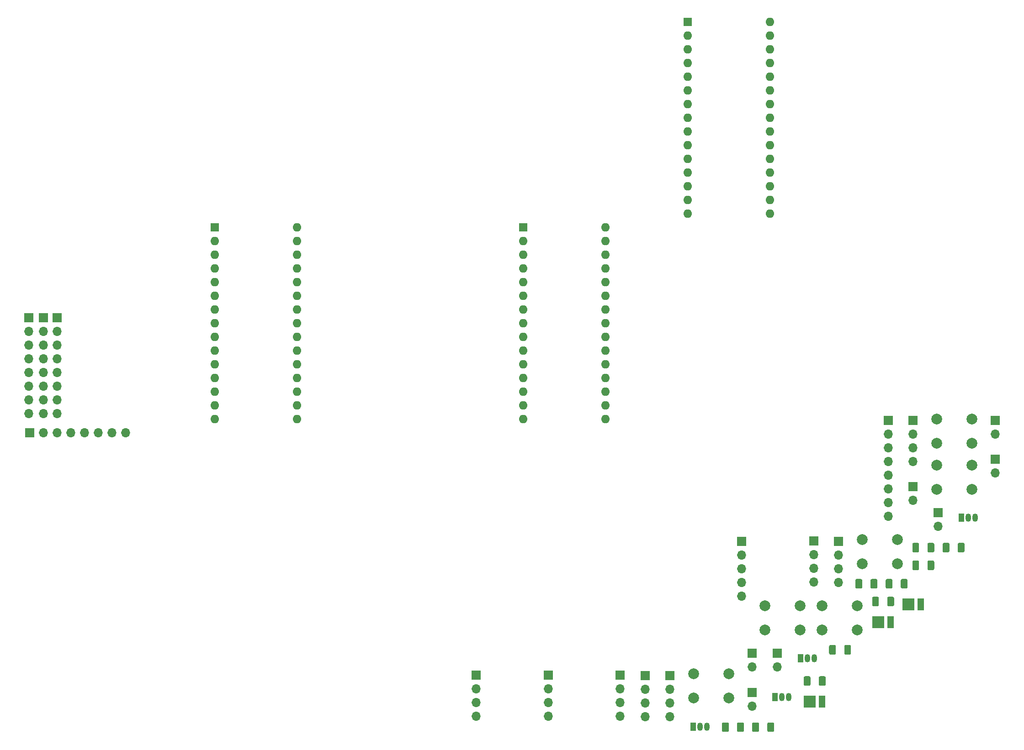
<source format=gbr>
G04 #@! TF.GenerationSoftware,KiCad,Pcbnew,5.1.5-52549c5~84~ubuntu18.04.1*
G04 #@! TF.CreationDate,2019-12-20T21:30:07+07:00*
G04 #@! TF.ProjectId,plate,706c6174-652e-46b6-9963-61645f706362,rev?*
G04 #@! TF.SameCoordinates,Original*
G04 #@! TF.FileFunction,Copper,L1,Top*
G04 #@! TF.FilePolarity,Positive*
%FSLAX46Y46*%
G04 Gerber Fmt 4.6, Leading zero omitted, Abs format (unit mm)*
G04 Created by KiCad (PCBNEW 5.1.5-52549c5~84~ubuntu18.04.1) date 2019-12-20 21:30:07*
%MOMM*%
%LPD*%
G04 APERTURE LIST*
%ADD10O,1.700000X1.700000*%
%ADD11R,1.700000X1.700000*%
%ADD12C,2.000000*%
%ADD13C,0.100000*%
%ADD14R,1.050000X1.500000*%
%ADD15O,1.050000X1.500000*%
%ADD16R,1.250000X2.200000*%
%ADD17R,2.200000X2.200000*%
%ADD18O,1.600000X1.600000*%
%ADD19R,1.600000X1.600000*%
G04 APERTURE END LIST*
D10*
X199710000Y-94260000D03*
X199710000Y-91720000D03*
X199710000Y-89180000D03*
X199710000Y-86640000D03*
X199710000Y-84100000D03*
X199710000Y-81560000D03*
X199710000Y-79020000D03*
D11*
X199710000Y-76480000D03*
D10*
X159270000Y-131370000D03*
X159270000Y-128830000D03*
X159270000Y-126290000D03*
D11*
X159270000Y-123750000D03*
D10*
X123320000Y-131320000D03*
X123320000Y-128780000D03*
X123320000Y-126240000D03*
D11*
X123320000Y-123700000D03*
D10*
X136670000Y-131320000D03*
X136670000Y-128780000D03*
X136670000Y-126240000D03*
D11*
X136670000Y-123700000D03*
D10*
X150020000Y-131320000D03*
X150020000Y-128780000D03*
X150020000Y-126240000D03*
D11*
X150020000Y-123700000D03*
D10*
X185910000Y-106450000D03*
X185910000Y-103910000D03*
X185910000Y-101370000D03*
D11*
X185910000Y-98830000D03*
D10*
X154620000Y-131370000D03*
X154620000Y-128830000D03*
X154620000Y-126290000D03*
D11*
X154620000Y-123750000D03*
D10*
X204310000Y-84100000D03*
X204310000Y-81560000D03*
X204310000Y-79020000D03*
D11*
X204310000Y-76480000D03*
D10*
X190510000Y-106500000D03*
X190510000Y-103960000D03*
X190510000Y-101420000D03*
D11*
X190510000Y-98880000D03*
D12*
X170120000Y-123450000D03*
X170120000Y-127950000D03*
X163620000Y-123450000D03*
X163620000Y-127950000D03*
X183360000Y-110830000D03*
X183360000Y-115330000D03*
X176860000Y-110830000D03*
X176860000Y-115330000D03*
X215160000Y-76180000D03*
X215160000Y-80680000D03*
X208660000Y-76180000D03*
X208660000Y-80680000D03*
X215160000Y-84730000D03*
X215160000Y-89230000D03*
X208660000Y-84730000D03*
X208660000Y-89230000D03*
X201360000Y-98580000D03*
X201360000Y-103080000D03*
X194860000Y-98580000D03*
X194860000Y-103080000D03*
X193910000Y-110830000D03*
X193910000Y-115330000D03*
X187410000Y-110830000D03*
X187410000Y-115330000D03*
G04 #@! TA.AperFunction,SMDPad,CuDef*
D13*
G36*
X203049504Y-105876204D02*
G01*
X203073773Y-105879804D01*
X203097571Y-105885765D01*
X203120671Y-105894030D01*
X203142849Y-105904520D01*
X203163893Y-105917133D01*
X203183598Y-105931747D01*
X203201777Y-105948223D01*
X203218253Y-105966402D01*
X203232867Y-105986107D01*
X203245480Y-106007151D01*
X203255970Y-106029329D01*
X203264235Y-106052429D01*
X203270196Y-106076227D01*
X203273796Y-106100496D01*
X203275000Y-106125000D01*
X203275000Y-107375000D01*
X203273796Y-107399504D01*
X203270196Y-107423773D01*
X203264235Y-107447571D01*
X203255970Y-107470671D01*
X203245480Y-107492849D01*
X203232867Y-107513893D01*
X203218253Y-107533598D01*
X203201777Y-107551777D01*
X203183598Y-107568253D01*
X203163893Y-107582867D01*
X203142849Y-107595480D01*
X203120671Y-107605970D01*
X203097571Y-107614235D01*
X203073773Y-107620196D01*
X203049504Y-107623796D01*
X203025000Y-107625000D01*
X202275000Y-107625000D01*
X202250496Y-107623796D01*
X202226227Y-107620196D01*
X202202429Y-107614235D01*
X202179329Y-107605970D01*
X202157151Y-107595480D01*
X202136107Y-107582867D01*
X202116402Y-107568253D01*
X202098223Y-107551777D01*
X202081747Y-107533598D01*
X202067133Y-107513893D01*
X202054520Y-107492849D01*
X202044030Y-107470671D01*
X202035765Y-107447571D01*
X202029804Y-107423773D01*
X202026204Y-107399504D01*
X202025000Y-107375000D01*
X202025000Y-106125000D01*
X202026204Y-106100496D01*
X202029804Y-106076227D01*
X202035765Y-106052429D01*
X202044030Y-106029329D01*
X202054520Y-106007151D01*
X202067133Y-105986107D01*
X202081747Y-105966402D01*
X202098223Y-105948223D01*
X202116402Y-105931747D01*
X202136107Y-105917133D01*
X202157151Y-105904520D01*
X202179329Y-105894030D01*
X202202429Y-105885765D01*
X202226227Y-105879804D01*
X202250496Y-105876204D01*
X202275000Y-105875000D01*
X203025000Y-105875000D01*
X203049504Y-105876204D01*
G37*
G04 #@! TD.AperFunction*
G04 #@! TA.AperFunction,SMDPad,CuDef*
G36*
X200249504Y-105876204D02*
G01*
X200273773Y-105879804D01*
X200297571Y-105885765D01*
X200320671Y-105894030D01*
X200342849Y-105904520D01*
X200363893Y-105917133D01*
X200383598Y-105931747D01*
X200401777Y-105948223D01*
X200418253Y-105966402D01*
X200432867Y-105986107D01*
X200445480Y-106007151D01*
X200455970Y-106029329D01*
X200464235Y-106052429D01*
X200470196Y-106076227D01*
X200473796Y-106100496D01*
X200475000Y-106125000D01*
X200475000Y-107375000D01*
X200473796Y-107399504D01*
X200470196Y-107423773D01*
X200464235Y-107447571D01*
X200455970Y-107470671D01*
X200445480Y-107492849D01*
X200432867Y-107513893D01*
X200418253Y-107533598D01*
X200401777Y-107551777D01*
X200383598Y-107568253D01*
X200363893Y-107582867D01*
X200342849Y-107595480D01*
X200320671Y-107605970D01*
X200297571Y-107614235D01*
X200273773Y-107620196D01*
X200249504Y-107623796D01*
X200225000Y-107625000D01*
X199475000Y-107625000D01*
X199450496Y-107623796D01*
X199426227Y-107620196D01*
X199402429Y-107614235D01*
X199379329Y-107605970D01*
X199357151Y-107595480D01*
X199336107Y-107582867D01*
X199316402Y-107568253D01*
X199298223Y-107551777D01*
X199281747Y-107533598D01*
X199267133Y-107513893D01*
X199254520Y-107492849D01*
X199244030Y-107470671D01*
X199235765Y-107447571D01*
X199229804Y-107423773D01*
X199226204Y-107399504D01*
X199225000Y-107375000D01*
X199225000Y-106125000D01*
X199226204Y-106100496D01*
X199229804Y-106076227D01*
X199235765Y-106052429D01*
X199244030Y-106029329D01*
X199254520Y-106007151D01*
X199267133Y-105986107D01*
X199281747Y-105966402D01*
X199298223Y-105948223D01*
X199316402Y-105931747D01*
X199336107Y-105917133D01*
X199357151Y-105904520D01*
X199379329Y-105894030D01*
X199402429Y-105885765D01*
X199426227Y-105879804D01*
X199450496Y-105876204D01*
X199475000Y-105875000D01*
X200225000Y-105875000D01*
X200249504Y-105876204D01*
G37*
G04 #@! TD.AperFunction*
G04 #@! TA.AperFunction,SMDPad,CuDef*
G36*
X172709504Y-132476204D02*
G01*
X172733773Y-132479804D01*
X172757571Y-132485765D01*
X172780671Y-132494030D01*
X172802849Y-132504520D01*
X172823893Y-132517133D01*
X172843598Y-132531747D01*
X172861777Y-132548223D01*
X172878253Y-132566402D01*
X172892867Y-132586107D01*
X172905480Y-132607151D01*
X172915970Y-132629329D01*
X172924235Y-132652429D01*
X172930196Y-132676227D01*
X172933796Y-132700496D01*
X172935000Y-132725000D01*
X172935000Y-133975000D01*
X172933796Y-133999504D01*
X172930196Y-134023773D01*
X172924235Y-134047571D01*
X172915970Y-134070671D01*
X172905480Y-134092849D01*
X172892867Y-134113893D01*
X172878253Y-134133598D01*
X172861777Y-134151777D01*
X172843598Y-134168253D01*
X172823893Y-134182867D01*
X172802849Y-134195480D01*
X172780671Y-134205970D01*
X172757571Y-134214235D01*
X172733773Y-134220196D01*
X172709504Y-134223796D01*
X172685000Y-134225000D01*
X171935000Y-134225000D01*
X171910496Y-134223796D01*
X171886227Y-134220196D01*
X171862429Y-134214235D01*
X171839329Y-134205970D01*
X171817151Y-134195480D01*
X171796107Y-134182867D01*
X171776402Y-134168253D01*
X171758223Y-134151777D01*
X171741747Y-134133598D01*
X171727133Y-134113893D01*
X171714520Y-134092849D01*
X171704030Y-134070671D01*
X171695765Y-134047571D01*
X171689804Y-134023773D01*
X171686204Y-133999504D01*
X171685000Y-133975000D01*
X171685000Y-132725000D01*
X171686204Y-132700496D01*
X171689804Y-132676227D01*
X171695765Y-132652429D01*
X171704030Y-132629329D01*
X171714520Y-132607151D01*
X171727133Y-132586107D01*
X171741747Y-132566402D01*
X171758223Y-132548223D01*
X171776402Y-132531747D01*
X171796107Y-132517133D01*
X171817151Y-132504520D01*
X171839329Y-132494030D01*
X171862429Y-132485765D01*
X171886227Y-132479804D01*
X171910496Y-132476204D01*
X171935000Y-132475000D01*
X172685000Y-132475000D01*
X172709504Y-132476204D01*
G37*
G04 #@! TD.AperFunction*
G04 #@! TA.AperFunction,SMDPad,CuDef*
G36*
X169909504Y-132476204D02*
G01*
X169933773Y-132479804D01*
X169957571Y-132485765D01*
X169980671Y-132494030D01*
X170002849Y-132504520D01*
X170023893Y-132517133D01*
X170043598Y-132531747D01*
X170061777Y-132548223D01*
X170078253Y-132566402D01*
X170092867Y-132586107D01*
X170105480Y-132607151D01*
X170115970Y-132629329D01*
X170124235Y-132652429D01*
X170130196Y-132676227D01*
X170133796Y-132700496D01*
X170135000Y-132725000D01*
X170135000Y-133975000D01*
X170133796Y-133999504D01*
X170130196Y-134023773D01*
X170124235Y-134047571D01*
X170115970Y-134070671D01*
X170105480Y-134092849D01*
X170092867Y-134113893D01*
X170078253Y-134133598D01*
X170061777Y-134151777D01*
X170043598Y-134168253D01*
X170023893Y-134182867D01*
X170002849Y-134195480D01*
X169980671Y-134205970D01*
X169957571Y-134214235D01*
X169933773Y-134220196D01*
X169909504Y-134223796D01*
X169885000Y-134225000D01*
X169135000Y-134225000D01*
X169110496Y-134223796D01*
X169086227Y-134220196D01*
X169062429Y-134214235D01*
X169039329Y-134205970D01*
X169017151Y-134195480D01*
X168996107Y-134182867D01*
X168976402Y-134168253D01*
X168958223Y-134151777D01*
X168941747Y-134133598D01*
X168927133Y-134113893D01*
X168914520Y-134092849D01*
X168904030Y-134070671D01*
X168895765Y-134047571D01*
X168889804Y-134023773D01*
X168886204Y-133999504D01*
X168885000Y-133975000D01*
X168885000Y-132725000D01*
X168886204Y-132700496D01*
X168889804Y-132676227D01*
X168895765Y-132652429D01*
X168904030Y-132629329D01*
X168914520Y-132607151D01*
X168927133Y-132586107D01*
X168941747Y-132566402D01*
X168958223Y-132548223D01*
X168976402Y-132531747D01*
X168996107Y-132517133D01*
X169017151Y-132504520D01*
X169039329Y-132494030D01*
X169062429Y-132485765D01*
X169086227Y-132479804D01*
X169110496Y-132476204D01*
X169135000Y-132475000D01*
X169885000Y-132475000D01*
X169909504Y-132476204D01*
G37*
G04 #@! TD.AperFunction*
G04 #@! TA.AperFunction,SMDPad,CuDef*
G36*
X207989504Y-99176204D02*
G01*
X208013773Y-99179804D01*
X208037571Y-99185765D01*
X208060671Y-99194030D01*
X208082849Y-99204520D01*
X208103893Y-99217133D01*
X208123598Y-99231747D01*
X208141777Y-99248223D01*
X208158253Y-99266402D01*
X208172867Y-99286107D01*
X208185480Y-99307151D01*
X208195970Y-99329329D01*
X208204235Y-99352429D01*
X208210196Y-99376227D01*
X208213796Y-99400496D01*
X208215000Y-99425000D01*
X208215000Y-100675000D01*
X208213796Y-100699504D01*
X208210196Y-100723773D01*
X208204235Y-100747571D01*
X208195970Y-100770671D01*
X208185480Y-100792849D01*
X208172867Y-100813893D01*
X208158253Y-100833598D01*
X208141777Y-100851777D01*
X208123598Y-100868253D01*
X208103893Y-100882867D01*
X208082849Y-100895480D01*
X208060671Y-100905970D01*
X208037571Y-100914235D01*
X208013773Y-100920196D01*
X207989504Y-100923796D01*
X207965000Y-100925000D01*
X207215000Y-100925000D01*
X207190496Y-100923796D01*
X207166227Y-100920196D01*
X207142429Y-100914235D01*
X207119329Y-100905970D01*
X207097151Y-100895480D01*
X207076107Y-100882867D01*
X207056402Y-100868253D01*
X207038223Y-100851777D01*
X207021747Y-100833598D01*
X207007133Y-100813893D01*
X206994520Y-100792849D01*
X206984030Y-100770671D01*
X206975765Y-100747571D01*
X206969804Y-100723773D01*
X206966204Y-100699504D01*
X206965000Y-100675000D01*
X206965000Y-99425000D01*
X206966204Y-99400496D01*
X206969804Y-99376227D01*
X206975765Y-99352429D01*
X206984030Y-99329329D01*
X206994520Y-99307151D01*
X207007133Y-99286107D01*
X207021747Y-99266402D01*
X207038223Y-99248223D01*
X207056402Y-99231747D01*
X207076107Y-99217133D01*
X207097151Y-99204520D01*
X207119329Y-99194030D01*
X207142429Y-99185765D01*
X207166227Y-99179804D01*
X207190496Y-99176204D01*
X207215000Y-99175000D01*
X207965000Y-99175000D01*
X207989504Y-99176204D01*
G37*
G04 #@! TD.AperFunction*
G04 #@! TA.AperFunction,SMDPad,CuDef*
G36*
X205189504Y-99176204D02*
G01*
X205213773Y-99179804D01*
X205237571Y-99185765D01*
X205260671Y-99194030D01*
X205282849Y-99204520D01*
X205303893Y-99217133D01*
X205323598Y-99231747D01*
X205341777Y-99248223D01*
X205358253Y-99266402D01*
X205372867Y-99286107D01*
X205385480Y-99307151D01*
X205395970Y-99329329D01*
X205404235Y-99352429D01*
X205410196Y-99376227D01*
X205413796Y-99400496D01*
X205415000Y-99425000D01*
X205415000Y-100675000D01*
X205413796Y-100699504D01*
X205410196Y-100723773D01*
X205404235Y-100747571D01*
X205395970Y-100770671D01*
X205385480Y-100792849D01*
X205372867Y-100813893D01*
X205358253Y-100833598D01*
X205341777Y-100851777D01*
X205323598Y-100868253D01*
X205303893Y-100882867D01*
X205282849Y-100895480D01*
X205260671Y-100905970D01*
X205237571Y-100914235D01*
X205213773Y-100920196D01*
X205189504Y-100923796D01*
X205165000Y-100925000D01*
X204415000Y-100925000D01*
X204390496Y-100923796D01*
X204366227Y-100920196D01*
X204342429Y-100914235D01*
X204319329Y-100905970D01*
X204297151Y-100895480D01*
X204276107Y-100882867D01*
X204256402Y-100868253D01*
X204238223Y-100851777D01*
X204221747Y-100833598D01*
X204207133Y-100813893D01*
X204194520Y-100792849D01*
X204184030Y-100770671D01*
X204175765Y-100747571D01*
X204169804Y-100723773D01*
X204166204Y-100699504D01*
X204165000Y-100675000D01*
X204165000Y-99425000D01*
X204166204Y-99400496D01*
X204169804Y-99376227D01*
X204175765Y-99352429D01*
X204184030Y-99329329D01*
X204194520Y-99307151D01*
X204207133Y-99286107D01*
X204221747Y-99266402D01*
X204238223Y-99248223D01*
X204256402Y-99231747D01*
X204276107Y-99217133D01*
X204297151Y-99204520D01*
X204319329Y-99194030D01*
X204342429Y-99185765D01*
X204366227Y-99179804D01*
X204390496Y-99176204D01*
X204415000Y-99175000D01*
X205165000Y-99175000D01*
X205189504Y-99176204D01*
G37*
G04 #@! TD.AperFunction*
G04 #@! TA.AperFunction,SMDPad,CuDef*
G36*
X207989504Y-102466204D02*
G01*
X208013773Y-102469804D01*
X208037571Y-102475765D01*
X208060671Y-102484030D01*
X208082849Y-102494520D01*
X208103893Y-102507133D01*
X208123598Y-102521747D01*
X208141777Y-102538223D01*
X208158253Y-102556402D01*
X208172867Y-102576107D01*
X208185480Y-102597151D01*
X208195970Y-102619329D01*
X208204235Y-102642429D01*
X208210196Y-102666227D01*
X208213796Y-102690496D01*
X208215000Y-102715000D01*
X208215000Y-103965000D01*
X208213796Y-103989504D01*
X208210196Y-104013773D01*
X208204235Y-104037571D01*
X208195970Y-104060671D01*
X208185480Y-104082849D01*
X208172867Y-104103893D01*
X208158253Y-104123598D01*
X208141777Y-104141777D01*
X208123598Y-104158253D01*
X208103893Y-104172867D01*
X208082849Y-104185480D01*
X208060671Y-104195970D01*
X208037571Y-104204235D01*
X208013773Y-104210196D01*
X207989504Y-104213796D01*
X207965000Y-104215000D01*
X207215000Y-104215000D01*
X207190496Y-104213796D01*
X207166227Y-104210196D01*
X207142429Y-104204235D01*
X207119329Y-104195970D01*
X207097151Y-104185480D01*
X207076107Y-104172867D01*
X207056402Y-104158253D01*
X207038223Y-104141777D01*
X207021747Y-104123598D01*
X207007133Y-104103893D01*
X206994520Y-104082849D01*
X206984030Y-104060671D01*
X206975765Y-104037571D01*
X206969804Y-104013773D01*
X206966204Y-103989504D01*
X206965000Y-103965000D01*
X206965000Y-102715000D01*
X206966204Y-102690496D01*
X206969804Y-102666227D01*
X206975765Y-102642429D01*
X206984030Y-102619329D01*
X206994520Y-102597151D01*
X207007133Y-102576107D01*
X207021747Y-102556402D01*
X207038223Y-102538223D01*
X207056402Y-102521747D01*
X207076107Y-102507133D01*
X207097151Y-102494520D01*
X207119329Y-102484030D01*
X207142429Y-102475765D01*
X207166227Y-102469804D01*
X207190496Y-102466204D01*
X207215000Y-102465000D01*
X207965000Y-102465000D01*
X207989504Y-102466204D01*
G37*
G04 #@! TD.AperFunction*
G04 #@! TA.AperFunction,SMDPad,CuDef*
G36*
X205189504Y-102466204D02*
G01*
X205213773Y-102469804D01*
X205237571Y-102475765D01*
X205260671Y-102484030D01*
X205282849Y-102494520D01*
X205303893Y-102507133D01*
X205323598Y-102521747D01*
X205341777Y-102538223D01*
X205358253Y-102556402D01*
X205372867Y-102576107D01*
X205385480Y-102597151D01*
X205395970Y-102619329D01*
X205404235Y-102642429D01*
X205410196Y-102666227D01*
X205413796Y-102690496D01*
X205415000Y-102715000D01*
X205415000Y-103965000D01*
X205413796Y-103989504D01*
X205410196Y-104013773D01*
X205404235Y-104037571D01*
X205395970Y-104060671D01*
X205385480Y-104082849D01*
X205372867Y-104103893D01*
X205358253Y-104123598D01*
X205341777Y-104141777D01*
X205323598Y-104158253D01*
X205303893Y-104172867D01*
X205282849Y-104185480D01*
X205260671Y-104195970D01*
X205237571Y-104204235D01*
X205213773Y-104210196D01*
X205189504Y-104213796D01*
X205165000Y-104215000D01*
X204415000Y-104215000D01*
X204390496Y-104213796D01*
X204366227Y-104210196D01*
X204342429Y-104204235D01*
X204319329Y-104195970D01*
X204297151Y-104185480D01*
X204276107Y-104172867D01*
X204256402Y-104158253D01*
X204238223Y-104141777D01*
X204221747Y-104123598D01*
X204207133Y-104103893D01*
X204194520Y-104082849D01*
X204184030Y-104060671D01*
X204175765Y-104037571D01*
X204169804Y-104013773D01*
X204166204Y-103989504D01*
X204165000Y-103965000D01*
X204165000Y-102715000D01*
X204166204Y-102690496D01*
X204169804Y-102666227D01*
X204175765Y-102642429D01*
X204184030Y-102619329D01*
X204194520Y-102597151D01*
X204207133Y-102576107D01*
X204221747Y-102556402D01*
X204238223Y-102538223D01*
X204256402Y-102521747D01*
X204276107Y-102507133D01*
X204297151Y-102494520D01*
X204319329Y-102484030D01*
X204342429Y-102475765D01*
X204366227Y-102469804D01*
X204390496Y-102466204D01*
X204415000Y-102465000D01*
X205165000Y-102465000D01*
X205189504Y-102466204D01*
G37*
G04 #@! TD.AperFunction*
G04 #@! TA.AperFunction,SMDPad,CuDef*
G36*
X178319504Y-132476204D02*
G01*
X178343773Y-132479804D01*
X178367571Y-132485765D01*
X178390671Y-132494030D01*
X178412849Y-132504520D01*
X178433893Y-132517133D01*
X178453598Y-132531747D01*
X178471777Y-132548223D01*
X178488253Y-132566402D01*
X178502867Y-132586107D01*
X178515480Y-132607151D01*
X178525970Y-132629329D01*
X178534235Y-132652429D01*
X178540196Y-132676227D01*
X178543796Y-132700496D01*
X178545000Y-132725000D01*
X178545000Y-133975000D01*
X178543796Y-133999504D01*
X178540196Y-134023773D01*
X178534235Y-134047571D01*
X178525970Y-134070671D01*
X178515480Y-134092849D01*
X178502867Y-134113893D01*
X178488253Y-134133598D01*
X178471777Y-134151777D01*
X178453598Y-134168253D01*
X178433893Y-134182867D01*
X178412849Y-134195480D01*
X178390671Y-134205970D01*
X178367571Y-134214235D01*
X178343773Y-134220196D01*
X178319504Y-134223796D01*
X178295000Y-134225000D01*
X177545000Y-134225000D01*
X177520496Y-134223796D01*
X177496227Y-134220196D01*
X177472429Y-134214235D01*
X177449329Y-134205970D01*
X177427151Y-134195480D01*
X177406107Y-134182867D01*
X177386402Y-134168253D01*
X177368223Y-134151777D01*
X177351747Y-134133598D01*
X177337133Y-134113893D01*
X177324520Y-134092849D01*
X177314030Y-134070671D01*
X177305765Y-134047571D01*
X177299804Y-134023773D01*
X177296204Y-133999504D01*
X177295000Y-133975000D01*
X177295000Y-132725000D01*
X177296204Y-132700496D01*
X177299804Y-132676227D01*
X177305765Y-132652429D01*
X177314030Y-132629329D01*
X177324520Y-132607151D01*
X177337133Y-132586107D01*
X177351747Y-132566402D01*
X177368223Y-132548223D01*
X177386402Y-132531747D01*
X177406107Y-132517133D01*
X177427151Y-132504520D01*
X177449329Y-132494030D01*
X177472429Y-132485765D01*
X177496227Y-132479804D01*
X177520496Y-132476204D01*
X177545000Y-132475000D01*
X178295000Y-132475000D01*
X178319504Y-132476204D01*
G37*
G04 #@! TD.AperFunction*
G04 #@! TA.AperFunction,SMDPad,CuDef*
G36*
X175519504Y-132476204D02*
G01*
X175543773Y-132479804D01*
X175567571Y-132485765D01*
X175590671Y-132494030D01*
X175612849Y-132504520D01*
X175633893Y-132517133D01*
X175653598Y-132531747D01*
X175671777Y-132548223D01*
X175688253Y-132566402D01*
X175702867Y-132586107D01*
X175715480Y-132607151D01*
X175725970Y-132629329D01*
X175734235Y-132652429D01*
X175740196Y-132676227D01*
X175743796Y-132700496D01*
X175745000Y-132725000D01*
X175745000Y-133975000D01*
X175743796Y-133999504D01*
X175740196Y-134023773D01*
X175734235Y-134047571D01*
X175725970Y-134070671D01*
X175715480Y-134092849D01*
X175702867Y-134113893D01*
X175688253Y-134133598D01*
X175671777Y-134151777D01*
X175653598Y-134168253D01*
X175633893Y-134182867D01*
X175612849Y-134195480D01*
X175590671Y-134205970D01*
X175567571Y-134214235D01*
X175543773Y-134220196D01*
X175519504Y-134223796D01*
X175495000Y-134225000D01*
X174745000Y-134225000D01*
X174720496Y-134223796D01*
X174696227Y-134220196D01*
X174672429Y-134214235D01*
X174649329Y-134205970D01*
X174627151Y-134195480D01*
X174606107Y-134182867D01*
X174586402Y-134168253D01*
X174568223Y-134151777D01*
X174551747Y-134133598D01*
X174537133Y-134113893D01*
X174524520Y-134092849D01*
X174514030Y-134070671D01*
X174505765Y-134047571D01*
X174499804Y-134023773D01*
X174496204Y-133999504D01*
X174495000Y-133975000D01*
X174495000Y-132725000D01*
X174496204Y-132700496D01*
X174499804Y-132676227D01*
X174505765Y-132652429D01*
X174514030Y-132629329D01*
X174524520Y-132607151D01*
X174537133Y-132586107D01*
X174551747Y-132566402D01*
X174568223Y-132548223D01*
X174586402Y-132531747D01*
X174606107Y-132517133D01*
X174627151Y-132504520D01*
X174649329Y-132494030D01*
X174672429Y-132485765D01*
X174696227Y-132479804D01*
X174720496Y-132476204D01*
X174745000Y-132475000D01*
X175495000Y-132475000D01*
X175519504Y-132476204D01*
G37*
G04 #@! TD.AperFunction*
G04 #@! TA.AperFunction,SMDPad,CuDef*
G36*
X192559504Y-118126204D02*
G01*
X192583773Y-118129804D01*
X192607571Y-118135765D01*
X192630671Y-118144030D01*
X192652849Y-118154520D01*
X192673893Y-118167133D01*
X192693598Y-118181747D01*
X192711777Y-118198223D01*
X192728253Y-118216402D01*
X192742867Y-118236107D01*
X192755480Y-118257151D01*
X192765970Y-118279329D01*
X192774235Y-118302429D01*
X192780196Y-118326227D01*
X192783796Y-118350496D01*
X192785000Y-118375000D01*
X192785000Y-119625000D01*
X192783796Y-119649504D01*
X192780196Y-119673773D01*
X192774235Y-119697571D01*
X192765970Y-119720671D01*
X192755480Y-119742849D01*
X192742867Y-119763893D01*
X192728253Y-119783598D01*
X192711777Y-119801777D01*
X192693598Y-119818253D01*
X192673893Y-119832867D01*
X192652849Y-119845480D01*
X192630671Y-119855970D01*
X192607571Y-119864235D01*
X192583773Y-119870196D01*
X192559504Y-119873796D01*
X192535000Y-119875000D01*
X191785000Y-119875000D01*
X191760496Y-119873796D01*
X191736227Y-119870196D01*
X191712429Y-119864235D01*
X191689329Y-119855970D01*
X191667151Y-119845480D01*
X191646107Y-119832867D01*
X191626402Y-119818253D01*
X191608223Y-119801777D01*
X191591747Y-119783598D01*
X191577133Y-119763893D01*
X191564520Y-119742849D01*
X191554030Y-119720671D01*
X191545765Y-119697571D01*
X191539804Y-119673773D01*
X191536204Y-119649504D01*
X191535000Y-119625000D01*
X191535000Y-118375000D01*
X191536204Y-118350496D01*
X191539804Y-118326227D01*
X191545765Y-118302429D01*
X191554030Y-118279329D01*
X191564520Y-118257151D01*
X191577133Y-118236107D01*
X191591747Y-118216402D01*
X191608223Y-118198223D01*
X191626402Y-118181747D01*
X191646107Y-118167133D01*
X191667151Y-118154520D01*
X191689329Y-118144030D01*
X191712429Y-118135765D01*
X191736227Y-118129804D01*
X191760496Y-118126204D01*
X191785000Y-118125000D01*
X192535000Y-118125000D01*
X192559504Y-118126204D01*
G37*
G04 #@! TD.AperFunction*
G04 #@! TA.AperFunction,SMDPad,CuDef*
G36*
X189759504Y-118126204D02*
G01*
X189783773Y-118129804D01*
X189807571Y-118135765D01*
X189830671Y-118144030D01*
X189852849Y-118154520D01*
X189873893Y-118167133D01*
X189893598Y-118181747D01*
X189911777Y-118198223D01*
X189928253Y-118216402D01*
X189942867Y-118236107D01*
X189955480Y-118257151D01*
X189965970Y-118279329D01*
X189974235Y-118302429D01*
X189980196Y-118326227D01*
X189983796Y-118350496D01*
X189985000Y-118375000D01*
X189985000Y-119625000D01*
X189983796Y-119649504D01*
X189980196Y-119673773D01*
X189974235Y-119697571D01*
X189965970Y-119720671D01*
X189955480Y-119742849D01*
X189942867Y-119763893D01*
X189928253Y-119783598D01*
X189911777Y-119801777D01*
X189893598Y-119818253D01*
X189873893Y-119832867D01*
X189852849Y-119845480D01*
X189830671Y-119855970D01*
X189807571Y-119864235D01*
X189783773Y-119870196D01*
X189759504Y-119873796D01*
X189735000Y-119875000D01*
X188985000Y-119875000D01*
X188960496Y-119873796D01*
X188936227Y-119870196D01*
X188912429Y-119864235D01*
X188889329Y-119855970D01*
X188867151Y-119845480D01*
X188846107Y-119832867D01*
X188826402Y-119818253D01*
X188808223Y-119801777D01*
X188791747Y-119783598D01*
X188777133Y-119763893D01*
X188764520Y-119742849D01*
X188754030Y-119720671D01*
X188745765Y-119697571D01*
X188739804Y-119673773D01*
X188736204Y-119649504D01*
X188735000Y-119625000D01*
X188735000Y-118375000D01*
X188736204Y-118350496D01*
X188739804Y-118326227D01*
X188745765Y-118302429D01*
X188754030Y-118279329D01*
X188764520Y-118257151D01*
X188777133Y-118236107D01*
X188791747Y-118216402D01*
X188808223Y-118198223D01*
X188826402Y-118181747D01*
X188846107Y-118167133D01*
X188867151Y-118154520D01*
X188889329Y-118144030D01*
X188912429Y-118135765D01*
X188936227Y-118129804D01*
X188960496Y-118126204D01*
X188985000Y-118125000D01*
X189735000Y-118125000D01*
X189759504Y-118126204D01*
G37*
G04 #@! TD.AperFunction*
G04 #@! TA.AperFunction,SMDPad,CuDef*
G36*
X187859504Y-123916204D02*
G01*
X187883773Y-123919804D01*
X187907571Y-123925765D01*
X187930671Y-123934030D01*
X187952849Y-123944520D01*
X187973893Y-123957133D01*
X187993598Y-123971747D01*
X188011777Y-123988223D01*
X188028253Y-124006402D01*
X188042867Y-124026107D01*
X188055480Y-124047151D01*
X188065970Y-124069329D01*
X188074235Y-124092429D01*
X188080196Y-124116227D01*
X188083796Y-124140496D01*
X188085000Y-124165000D01*
X188085000Y-125415000D01*
X188083796Y-125439504D01*
X188080196Y-125463773D01*
X188074235Y-125487571D01*
X188065970Y-125510671D01*
X188055480Y-125532849D01*
X188042867Y-125553893D01*
X188028253Y-125573598D01*
X188011777Y-125591777D01*
X187993598Y-125608253D01*
X187973893Y-125622867D01*
X187952849Y-125635480D01*
X187930671Y-125645970D01*
X187907571Y-125654235D01*
X187883773Y-125660196D01*
X187859504Y-125663796D01*
X187835000Y-125665000D01*
X187085000Y-125665000D01*
X187060496Y-125663796D01*
X187036227Y-125660196D01*
X187012429Y-125654235D01*
X186989329Y-125645970D01*
X186967151Y-125635480D01*
X186946107Y-125622867D01*
X186926402Y-125608253D01*
X186908223Y-125591777D01*
X186891747Y-125573598D01*
X186877133Y-125553893D01*
X186864520Y-125532849D01*
X186854030Y-125510671D01*
X186845765Y-125487571D01*
X186839804Y-125463773D01*
X186836204Y-125439504D01*
X186835000Y-125415000D01*
X186835000Y-124165000D01*
X186836204Y-124140496D01*
X186839804Y-124116227D01*
X186845765Y-124092429D01*
X186854030Y-124069329D01*
X186864520Y-124047151D01*
X186877133Y-124026107D01*
X186891747Y-124006402D01*
X186908223Y-123988223D01*
X186926402Y-123971747D01*
X186946107Y-123957133D01*
X186967151Y-123944520D01*
X186989329Y-123934030D01*
X187012429Y-123925765D01*
X187036227Y-123919804D01*
X187060496Y-123916204D01*
X187085000Y-123915000D01*
X187835000Y-123915000D01*
X187859504Y-123916204D01*
G37*
G04 #@! TD.AperFunction*
G04 #@! TA.AperFunction,SMDPad,CuDef*
G36*
X185059504Y-123916204D02*
G01*
X185083773Y-123919804D01*
X185107571Y-123925765D01*
X185130671Y-123934030D01*
X185152849Y-123944520D01*
X185173893Y-123957133D01*
X185193598Y-123971747D01*
X185211777Y-123988223D01*
X185228253Y-124006402D01*
X185242867Y-124026107D01*
X185255480Y-124047151D01*
X185265970Y-124069329D01*
X185274235Y-124092429D01*
X185280196Y-124116227D01*
X185283796Y-124140496D01*
X185285000Y-124165000D01*
X185285000Y-125415000D01*
X185283796Y-125439504D01*
X185280196Y-125463773D01*
X185274235Y-125487571D01*
X185265970Y-125510671D01*
X185255480Y-125532849D01*
X185242867Y-125553893D01*
X185228253Y-125573598D01*
X185211777Y-125591777D01*
X185193598Y-125608253D01*
X185173893Y-125622867D01*
X185152849Y-125635480D01*
X185130671Y-125645970D01*
X185107571Y-125654235D01*
X185083773Y-125660196D01*
X185059504Y-125663796D01*
X185035000Y-125665000D01*
X184285000Y-125665000D01*
X184260496Y-125663796D01*
X184236227Y-125660196D01*
X184212429Y-125654235D01*
X184189329Y-125645970D01*
X184167151Y-125635480D01*
X184146107Y-125622867D01*
X184126402Y-125608253D01*
X184108223Y-125591777D01*
X184091747Y-125573598D01*
X184077133Y-125553893D01*
X184064520Y-125532849D01*
X184054030Y-125510671D01*
X184045765Y-125487571D01*
X184039804Y-125463773D01*
X184036204Y-125439504D01*
X184035000Y-125415000D01*
X184035000Y-124165000D01*
X184036204Y-124140496D01*
X184039804Y-124116227D01*
X184045765Y-124092429D01*
X184054030Y-124069329D01*
X184064520Y-124047151D01*
X184077133Y-124026107D01*
X184091747Y-124006402D01*
X184108223Y-123988223D01*
X184126402Y-123971747D01*
X184146107Y-123957133D01*
X184167151Y-123944520D01*
X184189329Y-123934030D01*
X184212429Y-123925765D01*
X184236227Y-123919804D01*
X184260496Y-123916204D01*
X184285000Y-123915000D01*
X185035000Y-123915000D01*
X185059504Y-123916204D01*
G37*
G04 #@! TD.AperFunction*
G04 #@! TA.AperFunction,SMDPad,CuDef*
G36*
X213599504Y-99176204D02*
G01*
X213623773Y-99179804D01*
X213647571Y-99185765D01*
X213670671Y-99194030D01*
X213692849Y-99204520D01*
X213713893Y-99217133D01*
X213733598Y-99231747D01*
X213751777Y-99248223D01*
X213768253Y-99266402D01*
X213782867Y-99286107D01*
X213795480Y-99307151D01*
X213805970Y-99329329D01*
X213814235Y-99352429D01*
X213820196Y-99376227D01*
X213823796Y-99400496D01*
X213825000Y-99425000D01*
X213825000Y-100675000D01*
X213823796Y-100699504D01*
X213820196Y-100723773D01*
X213814235Y-100747571D01*
X213805970Y-100770671D01*
X213795480Y-100792849D01*
X213782867Y-100813893D01*
X213768253Y-100833598D01*
X213751777Y-100851777D01*
X213733598Y-100868253D01*
X213713893Y-100882867D01*
X213692849Y-100895480D01*
X213670671Y-100905970D01*
X213647571Y-100914235D01*
X213623773Y-100920196D01*
X213599504Y-100923796D01*
X213575000Y-100925000D01*
X212825000Y-100925000D01*
X212800496Y-100923796D01*
X212776227Y-100920196D01*
X212752429Y-100914235D01*
X212729329Y-100905970D01*
X212707151Y-100895480D01*
X212686107Y-100882867D01*
X212666402Y-100868253D01*
X212648223Y-100851777D01*
X212631747Y-100833598D01*
X212617133Y-100813893D01*
X212604520Y-100792849D01*
X212594030Y-100770671D01*
X212585765Y-100747571D01*
X212579804Y-100723773D01*
X212576204Y-100699504D01*
X212575000Y-100675000D01*
X212575000Y-99425000D01*
X212576204Y-99400496D01*
X212579804Y-99376227D01*
X212585765Y-99352429D01*
X212594030Y-99329329D01*
X212604520Y-99307151D01*
X212617133Y-99286107D01*
X212631747Y-99266402D01*
X212648223Y-99248223D01*
X212666402Y-99231747D01*
X212686107Y-99217133D01*
X212707151Y-99204520D01*
X212729329Y-99194030D01*
X212752429Y-99185765D01*
X212776227Y-99179804D01*
X212800496Y-99176204D01*
X212825000Y-99175000D01*
X213575000Y-99175000D01*
X213599504Y-99176204D01*
G37*
G04 #@! TD.AperFunction*
G04 #@! TA.AperFunction,SMDPad,CuDef*
G36*
X210799504Y-99176204D02*
G01*
X210823773Y-99179804D01*
X210847571Y-99185765D01*
X210870671Y-99194030D01*
X210892849Y-99204520D01*
X210913893Y-99217133D01*
X210933598Y-99231747D01*
X210951777Y-99248223D01*
X210968253Y-99266402D01*
X210982867Y-99286107D01*
X210995480Y-99307151D01*
X211005970Y-99329329D01*
X211014235Y-99352429D01*
X211020196Y-99376227D01*
X211023796Y-99400496D01*
X211025000Y-99425000D01*
X211025000Y-100675000D01*
X211023796Y-100699504D01*
X211020196Y-100723773D01*
X211014235Y-100747571D01*
X211005970Y-100770671D01*
X210995480Y-100792849D01*
X210982867Y-100813893D01*
X210968253Y-100833598D01*
X210951777Y-100851777D01*
X210933598Y-100868253D01*
X210913893Y-100882867D01*
X210892849Y-100895480D01*
X210870671Y-100905970D01*
X210847571Y-100914235D01*
X210823773Y-100920196D01*
X210799504Y-100923796D01*
X210775000Y-100925000D01*
X210025000Y-100925000D01*
X210000496Y-100923796D01*
X209976227Y-100920196D01*
X209952429Y-100914235D01*
X209929329Y-100905970D01*
X209907151Y-100895480D01*
X209886107Y-100882867D01*
X209866402Y-100868253D01*
X209848223Y-100851777D01*
X209831747Y-100833598D01*
X209817133Y-100813893D01*
X209804520Y-100792849D01*
X209794030Y-100770671D01*
X209785765Y-100747571D01*
X209779804Y-100723773D01*
X209776204Y-100699504D01*
X209775000Y-100675000D01*
X209775000Y-99425000D01*
X209776204Y-99400496D01*
X209779804Y-99376227D01*
X209785765Y-99352429D01*
X209794030Y-99329329D01*
X209804520Y-99307151D01*
X209817133Y-99286107D01*
X209831747Y-99266402D01*
X209848223Y-99248223D01*
X209866402Y-99231747D01*
X209886107Y-99217133D01*
X209907151Y-99204520D01*
X209929329Y-99194030D01*
X209952429Y-99185765D01*
X209976227Y-99179804D01*
X210000496Y-99176204D01*
X210025000Y-99175000D01*
X210775000Y-99175000D01*
X210799504Y-99176204D01*
G37*
G04 #@! TD.AperFunction*
G04 #@! TA.AperFunction,SMDPad,CuDef*
G36*
X200539504Y-109166204D02*
G01*
X200563773Y-109169804D01*
X200587571Y-109175765D01*
X200610671Y-109184030D01*
X200632849Y-109194520D01*
X200653893Y-109207133D01*
X200673598Y-109221747D01*
X200691777Y-109238223D01*
X200708253Y-109256402D01*
X200722867Y-109276107D01*
X200735480Y-109297151D01*
X200745970Y-109319329D01*
X200754235Y-109342429D01*
X200760196Y-109366227D01*
X200763796Y-109390496D01*
X200765000Y-109415000D01*
X200765000Y-110665000D01*
X200763796Y-110689504D01*
X200760196Y-110713773D01*
X200754235Y-110737571D01*
X200745970Y-110760671D01*
X200735480Y-110782849D01*
X200722867Y-110803893D01*
X200708253Y-110823598D01*
X200691777Y-110841777D01*
X200673598Y-110858253D01*
X200653893Y-110872867D01*
X200632849Y-110885480D01*
X200610671Y-110895970D01*
X200587571Y-110904235D01*
X200563773Y-110910196D01*
X200539504Y-110913796D01*
X200515000Y-110915000D01*
X199765000Y-110915000D01*
X199740496Y-110913796D01*
X199716227Y-110910196D01*
X199692429Y-110904235D01*
X199669329Y-110895970D01*
X199647151Y-110885480D01*
X199626107Y-110872867D01*
X199606402Y-110858253D01*
X199588223Y-110841777D01*
X199571747Y-110823598D01*
X199557133Y-110803893D01*
X199544520Y-110782849D01*
X199534030Y-110760671D01*
X199525765Y-110737571D01*
X199519804Y-110713773D01*
X199516204Y-110689504D01*
X199515000Y-110665000D01*
X199515000Y-109415000D01*
X199516204Y-109390496D01*
X199519804Y-109366227D01*
X199525765Y-109342429D01*
X199534030Y-109319329D01*
X199544520Y-109297151D01*
X199557133Y-109276107D01*
X199571747Y-109256402D01*
X199588223Y-109238223D01*
X199606402Y-109221747D01*
X199626107Y-109207133D01*
X199647151Y-109194520D01*
X199669329Y-109184030D01*
X199692429Y-109175765D01*
X199716227Y-109169804D01*
X199740496Y-109166204D01*
X199765000Y-109165000D01*
X200515000Y-109165000D01*
X200539504Y-109166204D01*
G37*
G04 #@! TD.AperFunction*
G04 #@! TA.AperFunction,SMDPad,CuDef*
G36*
X197739504Y-109166204D02*
G01*
X197763773Y-109169804D01*
X197787571Y-109175765D01*
X197810671Y-109184030D01*
X197832849Y-109194520D01*
X197853893Y-109207133D01*
X197873598Y-109221747D01*
X197891777Y-109238223D01*
X197908253Y-109256402D01*
X197922867Y-109276107D01*
X197935480Y-109297151D01*
X197945970Y-109319329D01*
X197954235Y-109342429D01*
X197960196Y-109366227D01*
X197963796Y-109390496D01*
X197965000Y-109415000D01*
X197965000Y-110665000D01*
X197963796Y-110689504D01*
X197960196Y-110713773D01*
X197954235Y-110737571D01*
X197945970Y-110760671D01*
X197935480Y-110782849D01*
X197922867Y-110803893D01*
X197908253Y-110823598D01*
X197891777Y-110841777D01*
X197873598Y-110858253D01*
X197853893Y-110872867D01*
X197832849Y-110885480D01*
X197810671Y-110895970D01*
X197787571Y-110904235D01*
X197763773Y-110910196D01*
X197739504Y-110913796D01*
X197715000Y-110915000D01*
X196965000Y-110915000D01*
X196940496Y-110913796D01*
X196916227Y-110910196D01*
X196892429Y-110904235D01*
X196869329Y-110895970D01*
X196847151Y-110885480D01*
X196826107Y-110872867D01*
X196806402Y-110858253D01*
X196788223Y-110841777D01*
X196771747Y-110823598D01*
X196757133Y-110803893D01*
X196744520Y-110782849D01*
X196734030Y-110760671D01*
X196725765Y-110737571D01*
X196719804Y-110713773D01*
X196716204Y-110689504D01*
X196715000Y-110665000D01*
X196715000Y-109415000D01*
X196716204Y-109390496D01*
X196719804Y-109366227D01*
X196725765Y-109342429D01*
X196734030Y-109319329D01*
X196744520Y-109297151D01*
X196757133Y-109276107D01*
X196771747Y-109256402D01*
X196788223Y-109238223D01*
X196806402Y-109221747D01*
X196826107Y-109207133D01*
X196847151Y-109194520D01*
X196869329Y-109184030D01*
X196892429Y-109175765D01*
X196916227Y-109169804D01*
X196940496Y-109166204D01*
X196965000Y-109165000D01*
X197715000Y-109165000D01*
X197739504Y-109166204D01*
G37*
G04 #@! TD.AperFunction*
G04 #@! TA.AperFunction,SMDPad,CuDef*
G36*
X197439504Y-105876204D02*
G01*
X197463773Y-105879804D01*
X197487571Y-105885765D01*
X197510671Y-105894030D01*
X197532849Y-105904520D01*
X197553893Y-105917133D01*
X197573598Y-105931747D01*
X197591777Y-105948223D01*
X197608253Y-105966402D01*
X197622867Y-105986107D01*
X197635480Y-106007151D01*
X197645970Y-106029329D01*
X197654235Y-106052429D01*
X197660196Y-106076227D01*
X197663796Y-106100496D01*
X197665000Y-106125000D01*
X197665000Y-107375000D01*
X197663796Y-107399504D01*
X197660196Y-107423773D01*
X197654235Y-107447571D01*
X197645970Y-107470671D01*
X197635480Y-107492849D01*
X197622867Y-107513893D01*
X197608253Y-107533598D01*
X197591777Y-107551777D01*
X197573598Y-107568253D01*
X197553893Y-107582867D01*
X197532849Y-107595480D01*
X197510671Y-107605970D01*
X197487571Y-107614235D01*
X197463773Y-107620196D01*
X197439504Y-107623796D01*
X197415000Y-107625000D01*
X196665000Y-107625000D01*
X196640496Y-107623796D01*
X196616227Y-107620196D01*
X196592429Y-107614235D01*
X196569329Y-107605970D01*
X196547151Y-107595480D01*
X196526107Y-107582867D01*
X196506402Y-107568253D01*
X196488223Y-107551777D01*
X196471747Y-107533598D01*
X196457133Y-107513893D01*
X196444520Y-107492849D01*
X196434030Y-107470671D01*
X196425765Y-107447571D01*
X196419804Y-107423773D01*
X196416204Y-107399504D01*
X196415000Y-107375000D01*
X196415000Y-106125000D01*
X196416204Y-106100496D01*
X196419804Y-106076227D01*
X196425765Y-106052429D01*
X196434030Y-106029329D01*
X196444520Y-106007151D01*
X196457133Y-105986107D01*
X196471747Y-105966402D01*
X196488223Y-105948223D01*
X196506402Y-105931747D01*
X196526107Y-105917133D01*
X196547151Y-105904520D01*
X196569329Y-105894030D01*
X196592429Y-105885765D01*
X196616227Y-105879804D01*
X196640496Y-105876204D01*
X196665000Y-105875000D01*
X197415000Y-105875000D01*
X197439504Y-105876204D01*
G37*
G04 #@! TD.AperFunction*
G04 #@! TA.AperFunction,SMDPad,CuDef*
G36*
X194639504Y-105876204D02*
G01*
X194663773Y-105879804D01*
X194687571Y-105885765D01*
X194710671Y-105894030D01*
X194732849Y-105904520D01*
X194753893Y-105917133D01*
X194773598Y-105931747D01*
X194791777Y-105948223D01*
X194808253Y-105966402D01*
X194822867Y-105986107D01*
X194835480Y-106007151D01*
X194845970Y-106029329D01*
X194854235Y-106052429D01*
X194860196Y-106076227D01*
X194863796Y-106100496D01*
X194865000Y-106125000D01*
X194865000Y-107375000D01*
X194863796Y-107399504D01*
X194860196Y-107423773D01*
X194854235Y-107447571D01*
X194845970Y-107470671D01*
X194835480Y-107492849D01*
X194822867Y-107513893D01*
X194808253Y-107533598D01*
X194791777Y-107551777D01*
X194773598Y-107568253D01*
X194753893Y-107582867D01*
X194732849Y-107595480D01*
X194710671Y-107605970D01*
X194687571Y-107614235D01*
X194663773Y-107620196D01*
X194639504Y-107623796D01*
X194615000Y-107625000D01*
X193865000Y-107625000D01*
X193840496Y-107623796D01*
X193816227Y-107620196D01*
X193792429Y-107614235D01*
X193769329Y-107605970D01*
X193747151Y-107595480D01*
X193726107Y-107582867D01*
X193706402Y-107568253D01*
X193688223Y-107551777D01*
X193671747Y-107533598D01*
X193657133Y-107513893D01*
X193644520Y-107492849D01*
X193634030Y-107470671D01*
X193625765Y-107447571D01*
X193619804Y-107423773D01*
X193616204Y-107399504D01*
X193615000Y-107375000D01*
X193615000Y-106125000D01*
X193616204Y-106100496D01*
X193619804Y-106076227D01*
X193625765Y-106052429D01*
X193634030Y-106029329D01*
X193644520Y-106007151D01*
X193657133Y-105986107D01*
X193671747Y-105966402D01*
X193688223Y-105948223D01*
X193706402Y-105931747D01*
X193726107Y-105917133D01*
X193747151Y-105904520D01*
X193769329Y-105894030D01*
X193792429Y-105885765D01*
X193816227Y-105879804D01*
X193840496Y-105876204D01*
X193865000Y-105875000D01*
X194615000Y-105875000D01*
X194639504Y-105876204D01*
G37*
G04 #@! TD.AperFunction*
D14*
X213220000Y-94510000D03*
D15*
X215760000Y-94510000D03*
X214490000Y-94510000D03*
D14*
X178730000Y-127810000D03*
D15*
X181270000Y-127810000D03*
X180000000Y-127810000D03*
D14*
X183430000Y-120610000D03*
D15*
X185970000Y-120610000D03*
X184700000Y-120610000D03*
D14*
X163580000Y-133230000D03*
D15*
X166120000Y-133230000D03*
X164850000Y-133230000D03*
D10*
X208960000Y-96120000D03*
D11*
X208960000Y-93580000D03*
D10*
X219510000Y-79020000D03*
D11*
X219510000Y-76480000D03*
D10*
X174470000Y-129420000D03*
D11*
X174470000Y-126880000D03*
D10*
X219510000Y-86170000D03*
D11*
X219510000Y-83630000D03*
D10*
X58420000Y-78740000D03*
X55880000Y-78740000D03*
X53340000Y-78740000D03*
X50800000Y-78740000D03*
X48260000Y-78740000D03*
X45720000Y-78740000D03*
X43180000Y-78740000D03*
D11*
X40640000Y-78740000D03*
D10*
X45720000Y-75210000D03*
X45720000Y-72670000D03*
X45720000Y-70130000D03*
X45720000Y-67590000D03*
X45720000Y-65050000D03*
X45720000Y-62510000D03*
X45720000Y-59970000D03*
D11*
X45720000Y-57430000D03*
D10*
X43180000Y-75210000D03*
X43180000Y-72670000D03*
X43180000Y-70130000D03*
X43180000Y-67590000D03*
X43180000Y-65050000D03*
X43180000Y-62510000D03*
X43180000Y-59970000D03*
D11*
X43180000Y-57430000D03*
D10*
X40480000Y-75210000D03*
X40480000Y-72670000D03*
X40480000Y-70130000D03*
X40480000Y-67590000D03*
X40480000Y-65050000D03*
X40480000Y-62510000D03*
X40480000Y-59970000D03*
D11*
X40480000Y-57430000D03*
D10*
X204310000Y-91270000D03*
D11*
X204310000Y-88730000D03*
D10*
X174470000Y-122220000D03*
D11*
X174470000Y-119680000D03*
D10*
X172560000Y-109040000D03*
X172560000Y-106500000D03*
X172560000Y-103960000D03*
X172560000Y-101420000D03*
D11*
X172560000Y-98880000D03*
D10*
X179120000Y-122220000D03*
D11*
X179120000Y-119680000D03*
D16*
X200085000Y-113860000D03*
D17*
X197810000Y-113860000D03*
D16*
X205695000Y-110570000D03*
D17*
X203420000Y-110570000D03*
D16*
X187405000Y-128610000D03*
D17*
X185130000Y-128610000D03*
D18*
X147320000Y-76200000D03*
X132080000Y-76200000D03*
X147320000Y-40640000D03*
X132080000Y-73660000D03*
X147320000Y-43180000D03*
X132080000Y-71120000D03*
X147320000Y-45720000D03*
X132080000Y-68580000D03*
X147320000Y-48260000D03*
X132080000Y-66040000D03*
X147320000Y-50800000D03*
X132080000Y-63500000D03*
X147320000Y-53340000D03*
X132080000Y-60960000D03*
X147320000Y-55880000D03*
X132080000Y-58420000D03*
X147320000Y-58420000D03*
X132080000Y-55880000D03*
X147320000Y-60960000D03*
X132080000Y-53340000D03*
X147320000Y-63500000D03*
X132080000Y-50800000D03*
X147320000Y-66040000D03*
X132080000Y-48260000D03*
X147320000Y-68580000D03*
X132080000Y-45720000D03*
X147320000Y-71120000D03*
X132080000Y-43180000D03*
X147320000Y-73660000D03*
D19*
X132080000Y-40640000D03*
D18*
X177800000Y-38100000D03*
X162560000Y-38100000D03*
X177800000Y-2540000D03*
X162560000Y-35560000D03*
X177800000Y-5080000D03*
X162560000Y-33020000D03*
X177800000Y-7620000D03*
X162560000Y-30480000D03*
X177800000Y-10160000D03*
X162560000Y-27940000D03*
X177800000Y-12700000D03*
X162560000Y-25400000D03*
X177800000Y-15240000D03*
X162560000Y-22860000D03*
X177800000Y-17780000D03*
X162560000Y-20320000D03*
X177800000Y-20320000D03*
X162560000Y-17780000D03*
X177800000Y-22860000D03*
X162560000Y-15240000D03*
X177800000Y-25400000D03*
X162560000Y-12700000D03*
X177800000Y-27940000D03*
X162560000Y-10160000D03*
X177800000Y-30480000D03*
X162560000Y-7620000D03*
X177800000Y-33020000D03*
X162560000Y-5080000D03*
X177800000Y-35560000D03*
D19*
X162560000Y-2540000D03*
D18*
X90170000Y-76200000D03*
X74930000Y-76200000D03*
X90170000Y-40640000D03*
X74930000Y-73660000D03*
X90170000Y-43180000D03*
X74930000Y-71120000D03*
X90170000Y-45720000D03*
X74930000Y-68580000D03*
X90170000Y-48260000D03*
X74930000Y-66040000D03*
X90170000Y-50800000D03*
X74930000Y-63500000D03*
X90170000Y-53340000D03*
X74930000Y-60960000D03*
X90170000Y-55880000D03*
X74930000Y-58420000D03*
X90170000Y-58420000D03*
X74930000Y-55880000D03*
X90170000Y-60960000D03*
X74930000Y-53340000D03*
X90170000Y-63500000D03*
X74930000Y-50800000D03*
X90170000Y-66040000D03*
X74930000Y-48260000D03*
X90170000Y-68580000D03*
X74930000Y-45720000D03*
X90170000Y-71120000D03*
X74930000Y-43180000D03*
X90170000Y-73660000D03*
D19*
X74930000Y-40640000D03*
M02*

</source>
